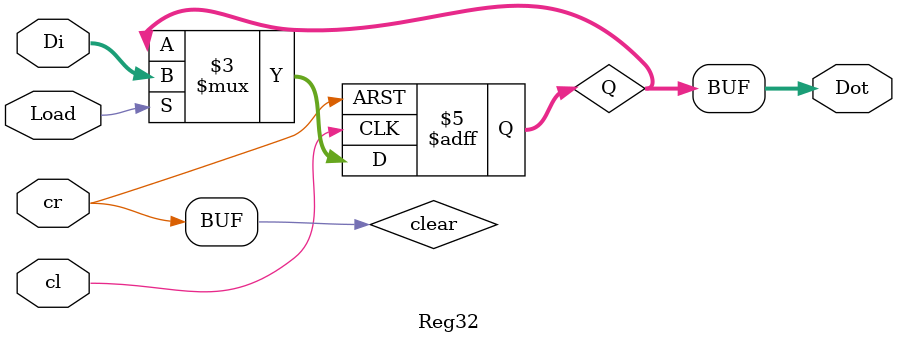
<source format=v>
`timescale 1ns / 1ps
module Reg32(
    input cl,
    input [31:0]Di,
    input cr,
    input Load,
    output [31:0]Dot
    );
	
	assign clear = cr;
	reg [31:0]Q;
	always@(posedge cl or posedge clear)
		if(clear) Q<=0;else
		if(Load) Q<=Di;else Q<=Q;
	assign Dot=Q;
endmodule

</source>
